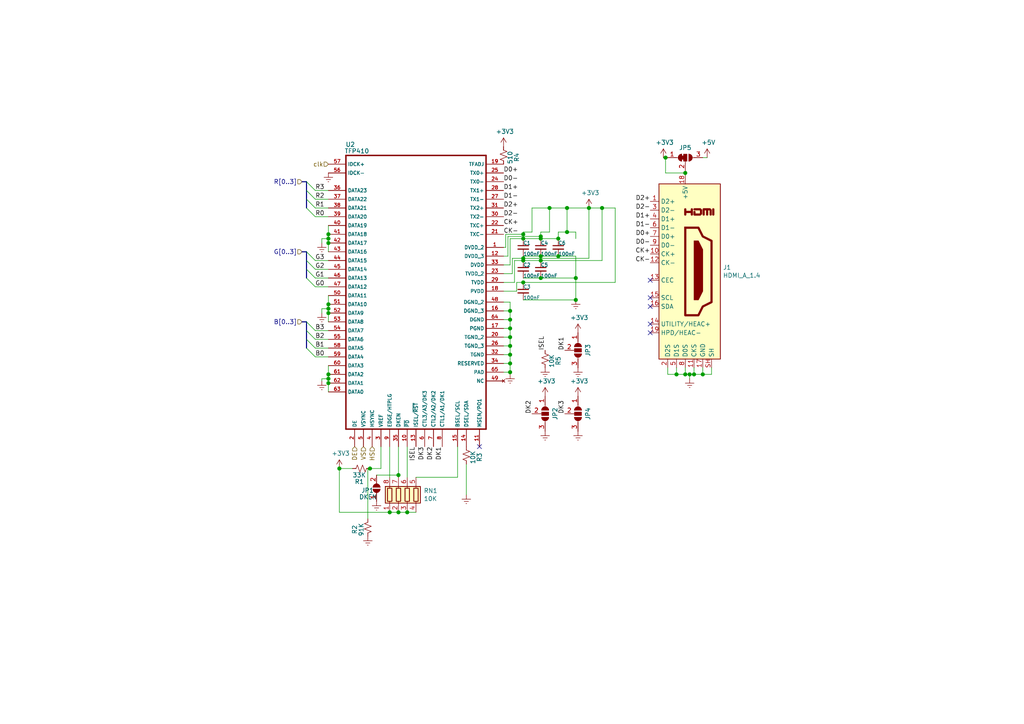
<source format=kicad_sch>
(kicad_sch (version 20200714) (host eeschema "(5.99.0-2671-gfc0a358ba)")
  (page 2 5)
  (paper "A4")
  (lib_symbols
    (symbol "Connector:HDMI_A_1.4" (pin_names (offset 0.508))
      (property "Reference" "J" (at -6.35 26.67 0))
      (property "Value" "HDMI_A_1.4" (at 10.16 26.67 0))
      (symbol "HDMI_A_1.4_0_1"
        (rectangle (start -7.62 25.4) (end 10.16 -25.4) (stroke (width 0.254)) (fill (type background)))
        (polyline (pts (xy 2.54 8.89) (xy 3.81 8.89) (xy 5.08 6.35) (xy 5.08 -5.715) (xy 3.81 -8.255) (xy 2.54 -8.255) (xy 2.54 8.89)) (fill (type outline)))
        (polyline (pts (xy 5.334 16.51) (xy 5.334 18.034) (xy 6.35 18.034) (xy 6.35 16.51) (xy 6.35 18.034) (xy 7.112 18.034) (xy 7.366 17.78) (xy 7.366 16.51)) (stroke (width 0.635)))
        (polyline (pts (xy 0 12.7) (xy 0 -12.7) (xy 3.81 -12.7) (xy 5.08 -10.16) (xy 7.62 -8.89) (xy 7.62 8.89) (xy 5.08 10.16) (xy 3.81 12.7) (xy 0 12.7)) (stroke (width 0.635)))
      )
      (symbol "HDMI_A_1.4_0_0"
        (polyline (pts (xy 8.128 16.51) (xy 8.128 18.034)) (stroke (width 0.635)))
        (polyline (pts (xy 0 16.51) (xy 0 18.034) (xy 0 17.272) (xy 1.905 17.272) (xy 1.905 18.034) (xy 1.905 16.51)) (stroke (width 0.635)))
        (polyline (pts (xy 2.667 18.034) (xy 4.318 18.034) (xy 4.572 17.78) (xy 4.572 16.764) (xy 4.318 16.51) (xy 2.667 16.51) (xy 2.667 17.272)) (stroke (width 0.635)))
      )
      (symbol "HDMI_A_1.4_1_1"
        (pin passive line (at -10.16 20.32 0) (length 2.54) (name "D2+") (number "1"))
        (pin passive line (at -10.16 5.08 0) (length 2.54) (name "CK+") (number "10"))
        (pin power_in line (at 2.54 -27.94 90) (length 2.54) (name "CKS") (number "11"))
        (pin passive line (at -10.16 2.54 0) (length 2.54) (name "CK-") (number "12"))
        (pin bidirectional line (at -10.16 -2.54 0) (length 2.54) (name "CEC") (number "13"))
        (pin passive line (at -10.16 -15.24 0) (length 2.54) (name "UTILITY/HEAC+") (number "14"))
        (pin passive line (at -10.16 -7.62 0) (length 2.54) (name "SCL") (number "15"))
        (pin bidirectional line (at -10.16 -10.16 0) (length 2.54) (name "SDA") (number "16"))
        (pin power_in line (at 5.08 -27.94 90) (length 2.54) (name "GND") (number "17"))
        (pin power_in line (at 0 27.94 270) (length 2.54) (name "+5V") (number "18"))
        (pin passive line (at -10.16 -17.78 0) (length 2.54) (name "HPD/HEAC-") (number "19"))
        (pin power_in line (at -5.08 -27.94 90) (length 2.54) (name "D2S") (number "2"))
        (pin passive line (at -10.16 17.78 0) (length 2.54) (name "D2-") (number "3"))
        (pin passive line (at -10.16 15.24 0) (length 2.54) (name "D1+") (number "4"))
        (pin power_in line (at -2.54 -27.94 90) (length 2.54) (name "D1S") (number "5"))
        (pin passive line (at -10.16 12.7 0) (length 2.54) (name "D1-") (number "6"))
        (pin passive line (at -10.16 10.16 0) (length 2.54) (name "D0+") (number "7"))
        (pin power_in line (at 0 -27.94 90) (length 2.54) (name "D0S") (number "8"))
        (pin passive line (at -10.16 7.62 0) (length 2.54) (name "D0-") (number "9"))
        (pin passive line (at 7.62 -27.94 90) (length 2.54) (name "SH") (number "SH"))
      )
    )
    (symbol "Custom_Symbols:TFP_410"
      (property "Reference" "U" (at 19.05 31.75 0))
      (property "Value" "TFP_410" (at 20.32 36.83 0))
      (symbol "TFP_410_1_1"
        (polyline (pts (xy 0 0) (xy 40.64 0)) (stroke (width 0.4064)))
        (polyline (pts (xy 0 79.375) (xy 0 0)) (stroke (width 0.4064)))
        (polyline (pts (xy 40.64 0) (xy 40.64 79.375)) (stroke (width 0.4064)))
        (polyline (pts (xy 40.64 79.375) (xy 0 79.375)) (stroke (width 0.4064)))
        (pin power_in line (at 45.72 52.705 180) (length 5.08) (name "DVDD_2") (number "1"))
        (pin input line (at 17.78 -5.08 90) (length 5.08) (name "~PD") (number "10"))
        (pin output line (at 38.735 -5.08 90) (length 5.08) (name "MSEN/PO1") (number "11"))
        (pin power_in line (at 45.72 50.165 180) (length 5.08) (name "DVDD_3") (number "12"))
        (pin input line (at 20.32 -5.08 90) (length 5.08) (name "ISEL/~RST") (number "13"))
        (pin bidirectional line (at 34.925 -5.08 90) (length 5.08) (name "DSEL/SDA") (number "14"))
        (pin input line (at 32.385 -5.08 90) (length 5.08) (name "BSEL/SCL") (number "15"))
        (pin passive line (at 45.72 34.29 180) (length 5.08) (name "DGND_3") (number "16"))
        (pin passive line (at 45.72 29.21 180) (length 5.08) (name "PGND") (number "17"))
        (pin power_in line (at 45.72 40.005 180) (length 5.08) (name "PVDD") (number "18"))
        (pin input line (at 45.72 76.835 180) (length 5.08) (name "TFADJ") (number "19"))
        (pin input line (at 2.54 -5.08 90) (length 5.08) (name "DE") (number "2"))
        (pin passive line (at 45.72 26.67 180) (length 5.08) (name "TGND_2") (number "20"))
        (pin output line (at 45.72 56.515 180) (length 5.08) (name "TXC-") (number "21"))
        (pin output line (at 45.72 59.055 180) (length 5.08) (name "TXC+") (number "22"))
        (pin power_in line (at 45.72 45.085 180) (length 5.08) (name "TVDD_2") (number "23"))
        (pin output line (at 45.72 71.755 180) (length 5.08) (name "TX0-") (number "24"))
        (pin output line (at 45.72 74.295 180) (length 5.08) (name "TX0+") (number "25"))
        (pin passive line (at 45.72 24.13 180) (length 5.08) (name "TGND_3") (number "26"))
        (pin output line (at 45.72 66.675 180) (length 5.08) (name "TX1-") (number "27"))
        (pin output line (at 45.72 69.215 180) (length 5.08) (name "TX1+") (number "28"))
        (pin power_in line (at 45.72 42.545 180) (length 5.08) (name "TVDD") (number "29"))
        (pin input line (at 10.16 -5.08 90) (length 5.08) (name "VREF") (number "3"))
        (pin output line (at 45.72 61.595 180) (length 5.08) (name "TX2-") (number "30"))
        (pin output line (at 45.72 64.135 180) (length 5.08) (name "TX2+") (number "31"))
        (pin passive line (at 45.72 21.59 180) (length 5.08) (name "TGND") (number "32"))
        (pin power_in line (at 45.72 47.625 180) (length 5.08) (name "DVDD") (number "33"))
        (pin passive line (at 45.72 19.05 180) (length 5.08) (name "RESERVED") (number "34"))
        (pin input line (at 15.24 -5.08 90) (length 5.08) (name "DKEN") (number "35"))
        (pin input line (at -5.08 69.215 0) (length 5.08) (name "DATA23") (number "36"))
        (pin input line (at -5.08 66.675 0) (length 5.08) (name "DATA22") (number "37"))
        (pin input line (at -5.08 64.135 0) (length 5.08) (name "DATA21") (number "38"))
        (pin input line (at -5.08 61.595 0) (length 5.08) (name "DATA20") (number "39"))
        (pin input line (at 7.62 -5.08 90) (length 5.08) (name "HSYNC") (number "4"))
        (pin input line (at -5.08 59.055 0) (length 5.08) (name "DATA19") (number "40"))
        (pin input line (at -5.08 56.515 0) (length 5.08) (name "DATA18") (number "41"))
        (pin input line (at -5.08 53.975 0) (length 5.08) (name "DATA17") (number "42"))
        (pin input line (at -5.08 51.435 0) (length 5.08) (name "DATA16") (number "43"))
        (pin input line (at -5.08 48.895 0) (length 5.08) (name "DATA15") (number "44"))
        (pin input line (at -5.08 46.355 0) (length 5.08) (name "DATA14") (number "45"))
        (pin input line (at -5.08 43.815 0) (length 5.08) (name "DATA13") (number "46"))
        (pin input line (at -5.08 41.275 0) (length 5.08) (name "DATA12") (number "47"))
        (pin passive line (at 45.72 36.83 180) (length 5.08) (name "DGND_2") (number "48"))
        (pin unconnected line (at 45.72 13.97 180) (length 5.08) (name "NC") (number "49"))
        (pin input line (at 5.08 -5.08 90) (length 5.08) (name "VSYNC") (number "5"))
        (pin input line (at -5.08 38.735 0) (length 5.08) (name "DATA11") (number "50"))
        (pin input line (at -5.08 36.195 0) (length 5.08) (name "DATA10") (number "51"))
        (pin input line (at -5.08 33.655 0) (length 5.08) (name "DATA9") (number "52"))
        (pin input line (at -5.08 31.115 0) (length 5.08) (name "DATA8") (number "53"))
        (pin input line (at -5.08 28.575 0) (length 5.08) (name "DATA7") (number "54"))
        (pin input line (at -5.08 26.035 0) (length 5.08) (name "DATA6") (number "55"))
        (pin input line (at -5.08 74.295 0) (length 5.08) (name "IDCK-") (number "56"))
        (pin input line (at -5.08 76.835 0) (length 5.08) (name "IDCK+") (number "57"))
        (pin input line (at -5.08 23.495 0) (length 5.08) (name "DATA5") (number "58"))
        (pin input line (at -5.08 20.955 0) (length 5.08) (name "DATA4") (number "59"))
        (pin input line (at 22.86 -5.08 90) (length 5.08) (name "CTL3/A3/DK3") (number "6"))
        (pin input line (at -5.08 18.415 0) (length 5.08) (name "DATA3") (number "60"))
        (pin input line (at -5.08 15.875 0) (length 5.08) (name "DATA2") (number "61"))
        (pin input line (at -5.08 13.335 0) (length 5.08) (name "DATA1") (number "62"))
        (pin input line (at -5.08 10.795 0) (length 5.08) (name "DATA0") (number "63"))
        (pin passive line (at 45.72 31.75 180) (length 5.08) (name "DGND") (number "64"))
        (pin passive line (at 45.72 16.51 180) (length 5.08) (name "PAD") (number "65"))
        (pin input line (at 25.4 -5.08 90) (length 5.08) (name "CTL2/A2/DK2") (number "7"))
        (pin input line (at 27.94 -5.08 90) (length 5.08) (name "CTL1/A1/DK1") (number "8"))
        (pin input line (at 12.7 -5.08 90) (length 5.08) (name "EDGE/HTPLG") (number "9"))
      )
    )
    (symbol "Device:C_Small" (pin_numbers hide) (pin_names (offset 0.254) hide)
      (property "Reference" "C" (at 0.254 1.778 0))
      (property "Value" "C_Small" (at 0.254 -2.032 0))
      (symbol "C_Small_0_1"
        (polyline (pts (xy -1.524 -0.508) (xy 1.524 -0.508)) (stroke (width 0.3302)))
        (polyline (pts (xy -1.524 0.508) (xy 1.524 0.508)) (stroke (width 0.3048)))
      )
      (symbol "C_Small_1_1"
        (pin passive line (at 0 2.54 270) (length 2.032) (name "~") (number "1"))
        (pin passive line (at 0 -2.54 90) (length 2.032) (name "~") (number "2"))
      )
    )
    (symbol "Device:R_Pack04" (pin_names (offset 0) hide)
      (property "Reference" "RN" (at -7.62 0 90))
      (property "Value" "R_Pack04" (at 5.08 0 90))
      (symbol "R_Pack04_0_1"
        (rectangle (start -3.175 1.905) (end -1.905 -1.905) (stroke (width 0.254)))
        (rectangle (start -5.715 1.905) (end -4.445 -1.905) (stroke (width 0.254)))
        (rectangle (start -0.635 1.905) (end 0.635 -1.905) (stroke (width 0.254)))
        (rectangle (start -6.35 -2.413) (end 3.81 2.413) (stroke (width 0.254)) (fill (type background)))
        (rectangle (start 1.905 1.905) (end 3.175 -1.905) (stroke (width 0.254)))
        (polyline (pts (xy -2.54 -2.54) (xy -2.54 -1.905)))
        (polyline (pts (xy -2.54 1.905) (xy -2.54 2.54)))
        (polyline (pts (xy -5.08 -2.54) (xy -5.08 -1.905)))
        (polyline (pts (xy -5.08 1.905) (xy -5.08 2.54)))
        (polyline (pts (xy 0 -2.54) (xy 0 -1.905)))
        (polyline (pts (xy 0 1.905) (xy 0 2.54)))
        (polyline (pts (xy 2.54 -2.54) (xy 2.54 -1.905)))
        (polyline (pts (xy 2.54 1.905) (xy 2.54 2.54)))
      )
      (symbol "R_Pack04_1_1"
        (pin passive line (at -5.08 -5.08 90) (length 2.54) (name "R1.1") (number "1"))
        (pin passive line (at -5.08 5.08 270) (length 2.54) (name "R1.2") (number "8"))
        (pin passive line (at -2.54 -5.08 90) (length 2.54) (name "R2.1") (number "2"))
        (pin passive line (at -2.54 5.08 270) (length 2.54) (name "R2.2") (number "7"))
        (pin passive line (at 0 -5.08 90) (length 2.54) (name "R3.1") (number "3"))
        (pin passive line (at 0 5.08 270) (length 2.54) (name "R3.2") (number "6"))
        (pin passive line (at 2.54 -5.08 90) (length 2.54) (name "R4.1") (number "4"))
        (pin passive line (at 2.54 5.08 270) (length 2.54) (name "R4.2") (number "5"))
      )
    )
    (symbol "Device:R_Small_US" (pin_numbers hide) (pin_names (offset 0.254) hide)
      (property "Reference" "R" (at 0.762 0.508 0))
      (property "Value" "R_Small_US" (at 0.762 -1.016 0))
      (symbol "R_Small_US_1_1"
        (polyline (pts (xy 0 0) (xy 1.016 -0.381) (xy 0 -0.762) (xy -1.016 -1.143) (xy 0 -1.524)))
        (polyline (pts (xy 0 1.524) (xy 1.016 1.143) (xy 0 0.762) (xy -1.016 0.381) (xy 0 0)))
        (pin passive line (at 0 2.54 270) (length 1.016) (name "~") (number "1"))
        (pin passive line (at 0 -2.54 90) (length 1.016) (name "~") (number "2"))
      )
    )
    (symbol "Jumper:SolderJumper_2_Open" (pin_names (offset 0) hide)
      (property "Reference" "JP" (at 0 2.032 0))
      (property "Value" "SolderJumper_2_Open" (at 0 -2.54 0))
      (symbol "SolderJumper_2_Open_0_1"
        (arc (start -0.254 1.016) (end -0.254 -1.016) (radius (at -0.254 0) (length 1.016) (angles 90.1 -90.1)))
        (arc (start -0.254 1.016) (end -0.254 -1.016) (radius (at -0.254 0) (length 1.016) (angles 90.1 -90.1)) (fill (type outline)))
        (arc (start 0.254 -1.016) (end 0.254 1.016) (radius (at 0.254 0) (length 1.016) (angles -89.9 89.9)))
        (arc (start 0.254 -1.016) (end 0.254 1.016) (radius (at 0.254 0) (length 1.016) (angles -89.9 89.9)) (fill (type outline)))
        (polyline (pts (xy -0.254 1.016) (xy -0.254 -1.016)))
        (polyline (pts (xy 0.254 1.016) (xy 0.254 -1.016)))
      )
      (symbol "SolderJumper_2_Open_1_1"
        (pin passive line (at -3.81 0 0) (length 2.54) (name "A") (number "1"))
        (pin passive line (at 3.81 0 180) (length 2.54) (name "B") (number "2"))
      )
    )
    (symbol "Jumper:SolderJumper_3_Bridged12" (pin_names (offset 0) hide)
      (property "Reference" "JP" (at -2.54 -2.54 0))
      (property "Value" "SolderJumper_3_Bridged12" (at 0 2.794 0))
      (symbol "SolderJumper_3_Bridged12_0_1"
        (arc (start -1.016 1.016) (end -1.016 -1.016) (radius (at -1.016 0) (length 1.016) (angles 90.1 -90.1)))
        (arc (start -1.016 1.016) (end -1.016 -1.016) (radius (at -1.016 0) (length 1.016) (angles 90.1 -90.1)) (fill (type outline)))
        (arc (start 1.016 -1.016) (end 1.016 1.016) (radius (at 1.016 0) (length 1.016) (angles -89.9 89.9)))
        (arc (start 1.016 -1.016) (end 1.016 1.016) (radius (at 1.016 0) (length 1.016) (angles -89.9 89.9)) (fill (type outline)))
        (rectangle (start -1.016 0.508) (end -0.508 -0.508) (fill (type outline)))
        (rectangle (start -0.508 1.016) (end 0.508 -1.016) (fill (type outline)))
        (polyline (pts (xy -2.54 0) (xy -2.032 0)))
        (polyline (pts (xy -1.016 1.016) (xy -1.016 -1.016)))
        (polyline (pts (xy 0 -1.27) (xy 0 -1.016)))
        (polyline (pts (xy 1.016 1.016) (xy 1.016 -1.016)))
        (polyline (pts (xy 2.54 0) (xy 2.032 0)))
      )
      (symbol "SolderJumper_3_Bridged12_1_1"
        (pin passive line (at -5.08 0 0) (length 2.54) (name "A") (number "1"))
        (pin input line (at 0 -3.81 90) (length 2.54) (name "C") (number "2"))
        (pin passive line (at 5.08 0 180) (length 2.54) (name "B") (number "3"))
      )
    )
    (symbol "Jumper:SolderJumper_3_Open" (pin_names (offset 0) hide)
      (property "Reference" "JP" (at -2.54 -2.54 0))
      (property "Value" "SolderJumper_3_Open" (at 0 2.794 0))
      (symbol "SolderJumper_3_Open_0_1"
        (arc (start -1.016 1.016) (end -1.016 -1.016) (radius (at -1.016 0) (length 1.016) (angles 90.1 -90.1)))
        (arc (start -1.016 1.016) (end -1.016 -1.016) (radius (at -1.016 0) (length 1.016) (angles 90.1 -90.1)) (fill (type outline)))
        (arc (start 1.016 -1.016) (end 1.016 1.016) (radius (at 1.016 0) (length 1.016) (angles -89.9 89.9)))
        (arc (start 1.016 -1.016) (end 1.016 1.016) (radius (at 1.016 0) (length 1.016) (angles -89.9 89.9)) (fill (type outline)))
        (rectangle (start -0.508 1.016) (end 0.508 -1.016) (fill (type outline)))
        (polyline (pts (xy -2.54 0) (xy -2.032 0)))
        (polyline (pts (xy -1.016 1.016) (xy -1.016 -1.016)))
        (polyline (pts (xy 0 -1.27) (xy 0 -1.016)))
        (polyline (pts (xy 1.016 1.016) (xy 1.016 -1.016)))
        (polyline (pts (xy 2.54 0) (xy 2.032 0)))
      )
      (symbol "SolderJumper_3_Open_1_1"
        (pin passive line (at -5.08 0 0) (length 2.54) (name "A") (number "1"))
        (pin input line (at 0 -3.81 90) (length 2.54) (name "C") (number "2"))
        (pin passive line (at 5.08 0 180) (length 2.54) (name "B") (number "3"))
      )
    )
    (symbol "power:+3V3" (power) (pin_names (offset 0))
      (property "Value" "+3V3" (at 0 3.556 0))
      (symbol "+3V3_0_1"
        (polyline (pts (xy -0.762 1.27) (xy 0 2.54)))
        (polyline (pts (xy 0 0) (xy 0 2.54)))
        (polyline (pts (xy 0 2.54) (xy 0.762 1.27)))
      )
      (symbol "+3V3_1_1"
        (pin power_in line (at 0 0 90) (length 0) hide (name "+3V3") (number "1"))
      )
    )
    (symbol "power:+5V" (power) (pin_names (offset 0))
      (property "Value" "+5V" (at 0 3.556 0))
      (symbol "+5V_0_1"
        (polyline (pts (xy -0.762 1.27) (xy 0 2.54)))
        (polyline (pts (xy 0 0) (xy 0 2.54)))
        (polyline (pts (xy 0 2.54) (xy 0.762 1.27)))
      )
      (symbol "+5V_1_1"
        (pin power_in line (at 0 0 90) (length 0) hide (name "+5V") (number "1"))
      )
    )
    (symbol "power:GNDREF" (power) (pin_names (offset 0))
      (property "Value" "GNDREF" (at 0 -3.81 0))
      (symbol "GNDREF_0_1"
        (polyline (pts (xy -0.635 -1.905) (xy 0.635 -1.905)))
        (polyline (pts (xy -0.127 -2.54) (xy 0.127 -2.54)))
        (polyline (pts (xy 0 -1.27) (xy 0 0)))
        (polyline (pts (xy 1.27 -1.27) (xy -1.27 -1.27)))
      )
      (symbol "GNDREF_1_1"
        (pin power_in line (at 0 0 270) (length 0) hide (name "GNDREF") (number "1"))
      )
    )
  )
  (junction (at 95.25 67.945) (diameter 1.016))
  (junction (at 95.25 69.215) (diameter 1.016))
  (junction (at 95.25 70.485) (diameter 1.016))
  (junction (at 95.25 88.265) (diameter 1.016))
  (junction (at 95.25 89.535) (diameter 1.016))
  (junction (at 95.25 90.805) (diameter 1.016))
  (junction (at 95.25 108.585) (diameter 1.016))
  (junction (at 95.25 109.855) (diameter 1.016))
  (junction (at 95.25 111.125) (diameter 1.016))
  (junction (at 98.425 135.89) (diameter 1.016))
  (junction (at 107.315 135.89) (diameter 1.016))
  (junction (at 113.03 148.59) (diameter 1.016))
  (junction (at 115.57 137.795) (diameter 1.016))
  (junction (at 115.57 148.59) (diameter 1.016))
  (junction (at 118.11 148.59) (diameter 1.016))
  (junction (at 147.955 90.17) (diameter 1.016))
  (junction (at 147.955 92.71) (diameter 1.016))
  (junction (at 147.955 95.25) (diameter 1.016))
  (junction (at 147.955 97.79) (diameter 1.016))
  (junction (at 147.955 100.33) (diameter 1.016))
  (junction (at 147.955 102.87) (diameter 1.016))
  (junction (at 147.955 105.41) (diameter 1.016))
  (junction (at 147.955 107.95) (diameter 1.016))
  (junction (at 151.765 67.945) (diameter 1.016))
  (junction (at 151.765 69.215) (diameter 1.016))
  (junction (at 151.765 74.93) (diameter 1.016))
  (junction (at 151.765 75.565) (diameter 1.016))
  (junction (at 151.765 81.915) (diameter 1.016))
  (junction (at 156.845 68.58) (diameter 1.016))
  (junction (at 156.845 69.215) (diameter 1.016))
  (junction (at 156.845 74.295) (diameter 1.016))
  (junction (at 156.845 75.565) (diameter 1.016))
  (junction (at 156.845 80.645) (diameter 1.016))
  (junction (at 159.385 60.325) (diameter 1.016))
  (junction (at 161.925 69.215) (diameter 1.016))
  (junction (at 161.925 74.295) (diameter 1.016))
  (junction (at 164.465 60.325) (diameter 1.016))
  (junction (at 164.465 67.31) (diameter 1.016))
  (junction (at 167.005 80.645) (diameter 1.016))
  (junction (at 167.005 86.995) (diameter 1.016))
  (junction (at 170.815 60.325) (diameter 1.016))
  (junction (at 174.625 60.325) (diameter 1.016))
  (junction (at 193.04 45.72) (diameter 1.016))
  (junction (at 196.215 108.585) (diameter 1.016))
  (junction (at 198.755 50.165) (diameter 1.016))
  (junction (at 198.755 108.585) (diameter 1.016))
  (junction (at 200.025 108.585) (diameter 1.016))
  (junction (at 201.295 108.585) (diameter 1.016))
  (junction (at 203.835 108.585) (diameter 1.016))
  (no_connect (at 139.065 129.54))
  (no_connect (at 188.595 96.52))
  (no_connect (at 188.595 81.28))
  (no_connect (at 188.595 88.9))
  (no_connect (at 188.595 93.98))
  (no_connect (at 188.595 86.36))
  (bus_entry (at 88.9 52.705) (size 2.54 2.54) (stroke (width 0.1524)))
  (bus_entry (at 88.9 55.245) (size 2.54 2.54) (stroke (width 0.1524)))
  (bus_entry (at 88.9 57.785) (size 2.54 2.54) (stroke (width 0.1524)))
  (bus_entry (at 88.9 60.325) (size 2.54 2.54) (stroke (width 0.1524)))
  (bus_entry (at 88.9 73.025) (size 2.54 2.54) (stroke (width 0.1524)))
  (bus_entry (at 88.9 75.565) (size 2.54 2.54) (stroke (width 0.1524)))
  (bus_entry (at 88.9 78.105) (size 2.54 2.54) (stroke (width 0.1524)))
  (bus_entry (at 88.9 80.645) (size 2.54 2.54) (stroke (width 0.1524)))
  (bus_entry (at 88.9 93.345) (size 2.54 2.54) (stroke (width 0.1524)))
  (bus_entry (at 88.9 95.885) (size 2.54 2.54) (stroke (width 0.1524)))
  (bus_entry (at 88.9 98.425) (size 2.54 2.54) (stroke (width 0.1524)))
  (bus_entry (at 88.9 100.965) (size 2.54 2.54) (stroke (width 0.1524)))
  (wire (pts (xy 91.44 55.245) (xy 95.25 55.245)))
  (wire (pts (xy 91.44 60.325) (xy 95.25 60.325)))
  (wire (pts (xy 91.44 80.645) (xy 95.25 80.645)))
  (wire (pts (xy 93.345 69.215) (xy 95.25 69.215)))
  (wire (pts (xy 93.345 70.485) (xy 93.345 69.215)))
  (wire (pts (xy 93.345 89.535) (xy 95.25 89.535)))
  (wire (pts (xy 93.345 90.805) (xy 93.345 89.535)))
  (wire (pts (xy 93.345 109.855) (xy 95.25 109.855)))
  (wire (pts (xy 93.345 110.49) (xy 93.345 109.855)))
  (wire (pts (xy 95.25 57.785) (xy 91.44 57.785)))
  (wire (pts (xy 95.25 62.865) (xy 91.44 62.865)))
  (wire (pts (xy 95.25 65.405) (xy 95.25 67.945)))
  (wire (pts (xy 95.25 67.945) (xy 95.25 69.215)))
  (wire (pts (xy 95.25 69.215) (xy 95.25 70.485)))
  (wire (pts (xy 95.25 70.485) (xy 95.25 73.025)))
  (wire (pts (xy 95.25 75.565) (xy 91.44 75.565)))
  (wire (pts (xy 95.25 78.105) (xy 91.44 78.105)))
  (wire (pts (xy 95.25 83.185) (xy 91.44 83.185)))
  (wire (pts (xy 95.25 85.725) (xy 95.25 88.265)))
  (wire (pts (xy 95.25 88.265) (xy 95.25 89.535)))
  (wire (pts (xy 95.25 89.535) (xy 95.25 90.805)))
  (wire (pts (xy 95.25 90.805) (xy 95.25 93.345)))
  (wire (pts (xy 95.25 95.885) (xy 91.44 95.885)))
  (wire (pts (xy 95.25 98.425) (xy 91.44 98.425)))
  (wire (pts (xy 95.25 100.965) (xy 91.44 100.965)))
  (wire (pts (xy 95.25 103.505) (xy 91.44 103.505)))
  (wire (pts (xy 95.25 106.045) (xy 95.25 108.585)))
  (wire (pts (xy 95.25 108.585) (xy 95.25 109.855)))
  (wire (pts (xy 95.25 109.855) (xy 95.25 111.125)))
  (wire (pts (xy 95.25 111.125) (xy 95.25 113.665)))
  (wire (pts (xy 98.425 135.89) (xy 98.425 148.59)))
  (wire (pts (xy 98.425 148.59) (xy 113.03 148.59)))
  (wire (pts (xy 102.235 135.89) (xy 98.425 135.89)))
  (wire (pts (xy 106.68 135.89) (xy 107.315 135.89)))
  (wire (pts (xy 106.68 150.495) (xy 106.68 135.89)))
  (wire (pts (xy 109.22 137.795) (xy 115.57 137.795)))
  (wire (pts (xy 110.49 129.54) (xy 110.49 135.89)))
  (wire (pts (xy 110.49 135.89) (xy 107.315 135.89)))
  (wire (pts (xy 113.03 129.54) (xy 113.03 138.43)))
  (wire (pts (xy 113.03 148.59) (xy 115.57 148.59)))
  (wire (pts (xy 115.57 129.54) (xy 115.57 137.795)))
  (wire (pts (xy 115.57 137.795) (xy 115.57 138.43)))
  (wire (pts (xy 115.57 148.59) (xy 118.11 148.59)))
  (wire (pts (xy 118.11 129.54) (xy 118.11 138.43)))
  (wire (pts (xy 118.11 148.59) (xy 120.65 148.59)))
  (wire (pts (xy 132.715 129.54) (xy 132.715 138.43)))
  (wire (pts (xy 132.715 138.43) (xy 120.65 138.43)))
  (wire (pts (xy 135.255 134.62) (xy 135.255 143.51)))
  (wire (pts (xy 146.05 71.755) (xy 146.685 71.755)))
  (wire (pts (xy 146.05 74.295) (xy 147.32 74.295)))
  (wire (pts (xy 146.05 76.835) (xy 147.955 76.835)))
  (wire (pts (xy 146.05 79.375) (xy 148.59 79.375)))
  (wire (pts (xy 146.05 81.915) (xy 149.225 81.915)))
  (wire (pts (xy 146.05 84.455) (xy 149.86 84.455)))
  (wire (pts (xy 146.05 87.63) (xy 147.955 87.63)))
  (wire (pts (xy 146.05 90.17) (xy 147.955 90.17)))
  (wire (pts (xy 146.05 95.25) (xy 147.955 95.25)))
  (wire (pts (xy 146.05 100.33) (xy 147.955 100.33)))
  (wire (pts (xy 146.05 105.41) (xy 147.955 105.41)))
  (wire (pts (xy 146.685 67.945) (xy 151.765 67.945)))
  (wire (pts (xy 146.685 71.755) (xy 146.685 67.945)))
  (wire (pts (xy 147.32 68.58) (xy 156.845 68.58)))
  (wire (pts (xy 147.32 74.295) (xy 147.32 68.58)))
  (wire (pts (xy 147.955 69.215) (xy 147.955 76.835)))
  (wire (pts (xy 147.955 69.215) (xy 151.765 69.215)))
  (wire (pts (xy 147.955 87.63) (xy 147.955 90.17)))
  (wire (pts (xy 147.955 90.17) (xy 147.955 92.71)))
  (wire (pts (xy 147.955 92.71) (xy 146.05 92.71)))
  (wire (pts (xy 147.955 92.71) (xy 147.955 95.25)))
  (wire (pts (xy 147.955 95.25) (xy 147.955 97.79)))
  (wire (pts (xy 147.955 97.79) (xy 146.05 97.79)))
  (wire (pts (xy 147.955 97.79) (xy 147.955 100.33)))
  (wire (pts (xy 147.955 100.33) (xy 147.955 102.87)))
  (wire (pts (xy 147.955 102.87) (xy 146.05 102.87)))
  (wire (pts (xy 147.955 102.87) (xy 147.955 105.41)))
  (wire (pts (xy 147.955 105.41) (xy 147.955 107.95)))
  (wire (pts (xy 147.955 107.95) (xy 146.05 107.95)))
  (wire (pts (xy 147.955 108.585) (xy 147.955 107.95)))
  (wire (pts (xy 148.59 74.93) (xy 151.765 74.93)))
  (wire (pts (xy 148.59 79.375) (xy 148.59 74.93)))
  (wire (pts (xy 149.225 75.565) (xy 151.765 75.565)))
  (wire (pts (xy 149.225 81.915) (xy 149.225 75.565)))
  (wire (pts (xy 149.86 81.915) (xy 151.765 81.915)))
  (wire (pts (xy 149.86 84.455) (xy 149.86 81.915)))
  (wire (pts (xy 151.765 67.31) (xy 151.765 67.945)))
  (wire (pts (xy 151.765 67.945) (xy 151.765 69.215)))
  (wire (pts (xy 151.765 69.215) (xy 156.845 69.215)))
  (wire (pts (xy 151.765 74.295) (xy 156.845 74.295)))
  (wire (pts (xy 151.765 74.93) (xy 170.815 74.93)))
  (wire (pts (xy 151.765 75.565) (xy 151.765 74.93)))
  (wire (pts (xy 151.765 75.565) (xy 156.845 75.565)))
  (wire (pts (xy 151.765 80.645) (xy 156.845 80.645)))
  (wire (pts (xy 151.765 81.915) (xy 178.435 81.915)))
  (wire (pts (xy 151.765 86.995) (xy 167.005 86.995)))
  (wire (pts (xy 154.305 60.325) (xy 154.305 67.31)))
  (wire (pts (xy 154.305 60.325) (xy 159.385 60.325)))
  (wire (pts (xy 154.305 67.31) (xy 151.765 67.31)))
  (wire (pts (xy 156.845 67.31) (xy 156.845 68.58)))
  (wire (pts (xy 156.845 68.58) (xy 156.845 69.215)))
  (wire (pts (xy 156.845 69.215) (xy 161.925 69.215)))
  (wire (pts (xy 156.845 74.295) (xy 161.925 74.295)))
  (wire (pts (xy 156.845 75.565) (xy 174.625 75.565)))
  (wire (pts (xy 156.845 80.645) (xy 167.005 80.645)))
  (wire (pts (xy 159.385 60.325) (xy 159.385 67.31)))
  (wire (pts (xy 159.385 60.325) (xy 164.465 60.325)))
  (wire (pts (xy 159.385 67.31) (xy 156.845 67.31)))
  (wire (pts (xy 161.925 67.31) (xy 161.925 69.215)))
  (wire (pts (xy 161.925 67.31) (xy 164.465 67.31)))
  (wire (pts (xy 161.925 74.295) (xy 167.005 74.295)))
  (wire (pts (xy 164.465 60.325) (xy 164.465 67.31)))
  (wire (pts (xy 164.465 60.325) (xy 170.815 60.325)))
  (wire (pts (xy 164.465 67.31) (xy 167.005 67.31)))
  (wire (pts (xy 167.005 67.31) (xy 167.005 69.215)))
  (wire (pts (xy 167.005 74.295) (xy 167.005 80.645)))
  (wire (pts (xy 167.005 80.645) (xy 167.005 86.995)))
  (wire (pts (xy 170.815 60.325) (xy 170.815 74.93)))
  (wire (pts (xy 170.815 60.325) (xy 174.625 60.325)))
  (wire (pts (xy 174.625 60.325) (xy 174.625 75.565)))
  (wire (pts (xy 174.625 60.325) (xy 178.435 60.325)))
  (wire (pts (xy 178.435 60.325) (xy 178.435 81.915)))
  (wire (pts (xy 192.405 45.72) (xy 193.04 45.72)))
  (wire (pts (xy 193.04 45.72) (xy 193.04 50.165)))
  (wire (pts (xy 193.04 45.72) (xy 193.675 45.72)))
  (wire (pts (xy 193.04 50.165) (xy 198.755 50.165)))
  (wire (pts (xy 193.675 106.68) (xy 193.675 108.585)))
  (wire (pts (xy 193.675 108.585) (xy 196.215 108.585)))
  (wire (pts (xy 196.215 106.68) (xy 196.215 108.585)))
  (wire (pts (xy 196.215 108.585) (xy 198.755 108.585)))
  (wire (pts (xy 198.755 49.53) (xy 198.755 50.165)))
  (wire (pts (xy 198.755 50.165) (xy 198.755 50.8)))
  (wire (pts (xy 198.755 106.68) (xy 198.755 108.585)))
  (wire (pts (xy 198.755 108.585) (xy 200.025 108.585)))
  (wire (pts (xy 200.025 108.585) (xy 201.295 108.585)))
  (wire (pts (xy 200.025 109.855) (xy 200.025 108.585)))
  (wire (pts (xy 201.295 106.68) (xy 201.295 108.585)))
  (wire (pts (xy 201.295 108.585) (xy 203.835 108.585)))
  (wire (pts (xy 203.835 106.68) (xy 203.835 108.585)))
  (wire (pts (xy 203.835 108.585) (xy 206.375 108.585)))
  (wire (pts (xy 205.105 45.72) (xy 203.835 45.72)))
  (wire (pts (xy 206.375 108.585) (xy 206.375 106.68)))
  (bus (pts (xy 88.9 52.705) (xy 87.63 52.705)))
  (bus (pts (xy 88.9 52.705) (xy 88.9 55.245)))
  (bus (pts (xy 88.9 55.245) (xy 88.9 57.785)))
  (bus (pts (xy 88.9 57.785) (xy 88.9 60.325)))
  (bus (pts (xy 88.9 73.025) (xy 87.63 73.025)))
  (bus (pts (xy 88.9 73.025) (xy 88.9 75.565)))
  (bus (pts (xy 88.9 75.565) (xy 88.9 78.105)))
  (bus (pts (xy 88.9 78.105) (xy 88.9 80.645)))
  (bus (pts (xy 88.9 93.345) (xy 87.63 93.345)))
  (bus (pts (xy 88.9 93.345) (xy 88.9 95.885)))
  (bus (pts (xy 88.9 95.885) (xy 88.9 98.425)))
  (bus (pts (xy 88.9 98.425) (xy 88.9 100.965)))
  (label "R3" (at 91.44 55.245 0))
  (label "R2" (at 91.44 57.785 0))
  (label "R1" (at 91.44 60.325 0))
  (label "R0" (at 91.44 62.865 0))
  (label "G3" (at 91.44 75.565 0))
  (label "G2" (at 91.44 78.105 0))
  (label "G1" (at 91.44 80.645 0))
  (label "G0" (at 91.44 83.185 0))
  (label "B3" (at 91.44 95.885 0))
  (label "B2" (at 91.44 98.425 0))
  (label "B1" (at 91.44 100.965 0))
  (label "B0" (at 91.44 103.505 0))
  (label "ISEL" (at 120.65 129.54 270))
  (label "DK3" (at 123.19 129.54 270))
  (label "DK2" (at 125.73 129.54 270))
  (label "DK1" (at 128.27 129.54 270))
  (label "D0+" (at 146.05 50.165 0))
  (label "D0-" (at 146.05 52.705 0))
  (label "D1+" (at 146.05 55.245 0))
  (label "D1-" (at 146.05 57.785 0))
  (label "D2+" (at 146.05 60.325 0))
  (label "D2-" (at 146.05 62.865 0))
  (label "CK+" (at 146.05 65.405 0))
  (label "CK-" (at 146.05 67.945 0))
  (label "DK2" (at 154.305 120.015 90))
  (label "ISEL" (at 158.115 101.6 90))
  (label "DK1" (at 163.83 101.6 90))
  (label "DK3" (at 163.83 120.015 90))
  (label "D2+" (at 188.595 58.42 180))
  (label "D2-" (at 188.595 60.96 180))
  (label "D1+" (at 188.595 63.5 180))
  (label "D1-" (at 188.595 66.04 180))
  (label "D0+" (at 188.595 68.58 180))
  (label "D0-" (at 188.595 71.12 180))
  (label "CK+" (at 188.595 73.66 180))
  (label "CK-" (at 188.595 76.2 180))
  (hierarchical_label "R[0..3]" (shape input) (at 87.63 52.705 180))
  (hierarchical_label "G[0..3]" (shape input) (at 87.63 73.025 180))
  (hierarchical_label "B[0..3]" (shape input) (at 87.63 93.345 180))
  (hierarchical_label "clk" (shape input) (at 95.25 47.625 180))
  (hierarchical_label "DE" (shape input) (at 102.87 129.54 270))
  (hierarchical_label "VS" (shape input) (at 105.41 129.54 270))
  (hierarchical_label "HS" (shape input) (at 107.95 129.54 270))
  (symbol (lib_id "power:+3V3") (at 98.425 135.89 0) (unit 1)
    (property "Reference" "#PWR029" (effects hide))
    (property "Value" "+3V3" (at 98.806 131.4958 0))
  )
  (symbol (lib_id "power:+3V3") (at 146.05 42.545 0) (unit 1)
    (property "Reference" "#PWR033" (effects hide))
    (property "Value" "+3V3" (at 146.431 38.1508 0))
  )
  (symbol (lib_id "power:+3V3") (at 158.115 114.935 0) (unit 1)
    (property "Reference" "#PWR036" (effects hide))
    (property "Value" "+3V3" (at 158.496 110.5408 0))
  )
  (symbol (lib_id "power:+3V3") (at 167.64 96.52 0) (unit 1)
    (property "Reference" "#PWR039" (effects hide))
    (property "Value" "+3V3" (at 168.021 92.1258 0))
  )
  (symbol (lib_id "power:+3V3") (at 167.64 114.935 0) (unit 1)
    (property "Reference" "#PWR041" (effects hide))
    (property "Value" "+3V3" (at 168.021 110.5408 0))
  )
  (symbol (lib_id "power:+3V3") (at 170.815 60.325 0) (unit 1)
    (property "Reference" "#PWR043" (effects hide))
    (property "Value" "+3V3" (at 171.196 55.9308 0))
  )
  (symbol (lib_id "power:+3V3") (at 192.405 45.72 0) (unit 1)
    (property "Reference" "#PWR044" (effects hide))
    (property "Value" "+3V3" (at 192.786 41.3258 0))
  )
  (symbol (lib_id "power:+5V") (at 205.105 45.72 0) (unit 1)
    (property "Reference" "#PWR046" (effects hide))
    (property "Value" "+5V" (at 205.486 41.3258 0))
  )
  (symbol (lib_id "power:GNDREF") (at 93.345 70.485 0) (unit 1)
    (property "Reference" "#PWR025" (effects hide))
    (property "Value" "GNDREF" (effects hide))
  )
  (symbol (lib_id "power:GNDREF") (at 93.345 90.805 0) (unit 1)
    (property "Reference" "#PWR026" (effects hide))
    (property "Value" "GNDREF" (effects hide))
  )
  (symbol (lib_id "power:GNDREF") (at 93.345 110.49 0) (unit 1)
    (property "Reference" "#PWR027" (effects hide))
    (property "Value" "GNDREF" (effects hide))
  )
  (symbol (lib_id "power:GNDREF") (at 95.25 50.165 0) (unit 1)
    (property "Reference" "#PWR028" (effects hide))
    (property "Value" "GNDREF" (effects hide))
  )
  (symbol (lib_id "power:GNDREF") (at 106.68 155.575 0) (unit 1)
    (property "Reference" "#PWR030" (effects hide))
    (property "Value" "GNDREF" (effects hide))
  )
  (symbol (lib_id "power:GNDREF") (at 109.22 145.415 0) (unit 1)
    (property "Reference" "#PWR031" (effects hide))
    (property "Value" "GNDREF" (effects hide))
  )
  (symbol (lib_id "power:GNDREF") (at 135.255 143.51 0) (unit 1)
    (property "Reference" "#PWR032" (effects hide))
    (property "Value" "GNDREF" (effects hide))
  )
  (symbol (lib_id "power:GNDREF") (at 147.955 108.585 0) (unit 1)
    (property "Reference" "#PWR034" (effects hide))
    (property "Value" "GNDREF" (effects hide))
  )
  (symbol (lib_id "power:GNDREF") (at 158.115 106.68 0) (unit 1)
    (property "Reference" "#PWR035" (effects hide))
    (property "Value" "GNDREF" (effects hide))
  )
  (symbol (lib_id "power:GNDREF") (at 158.115 125.095 0) (unit 1)
    (property "Reference" "#PWR037" (effects hide))
    (property "Value" "GNDREF" (effects hide))
  )
  (symbol (lib_id "power:GNDREF") (at 167.005 86.995 0) (unit 1)
    (property "Reference" "#PWR038" (effects hide))
    (property "Value" "GNDREF" (effects hide))
  )
  (symbol (lib_id "power:GNDREF") (at 167.64 106.68 0) (unit 1)
    (property "Reference" "#PWR040" (effects hide))
    (property "Value" "GNDREF" (effects hide))
  )
  (symbol (lib_id "power:GNDREF") (at 167.64 125.095 0) (unit 1)
    (property "Reference" "#PWR042" (effects hide))
    (property "Value" "GNDREF" (effects hide))
  )
  (symbol (lib_id "power:GNDREF") (at 200.025 109.855 0) (unit 1)
    (property "Reference" "#PWR045" (effects hide))
    (property "Value" "GNDREF" (effects hide))
  )
  (symbol (lib_id "Device:R_Small_US") (at 104.775 135.89 270) (unit 1)
    (property "Reference" "R1" (at 102.87 139.7 90) (effects (justify left)))
    (property "Value" "33K" (at 102.235 137.795 90) (effects (justify left)))
    (property "Footprint" "Resistor_SMD:R_0603_1608Metric" (effects hide))
  )
  (symbol (lib_id "Device:R_Small_US") (at 106.68 153.035 0) (mirror y) (unit 1)
    (property "Reference" "R2" (at 102.87 154.94 90) (effects (justify left)))
    (property "Value" "91K" (at 104.775 155.575 90) (effects (justify left)))
    (property "Footprint" "Resistor_SMD:R_0603_1608Metric" (effects hide))
  )
  (symbol (lib_id "Device:R_Small_US") (at 135.255 132.08 0) (unit 1)
    (property "Reference" "R3" (at 139.065 133.985 90) (effects (justify left)))
    (property "Value" "10K" (at 137.16 134.62 90) (effects (justify left)))
    (property "Footprint" "Resistor_SMD:R_0603_1608Metric" (effects hide))
  )
  (symbol (lib_id "Device:R_Small_US") (at 146.05 45.085 0) (unit 1)
    (property "Reference" "R4" (at 149.86 46.99 90) (effects (justify left)))
    (property "Value" "510" (at 147.955 47.625 90) (effects (justify left)))
    (property "Footprint" "Resistor_SMD:R_0603_1608Metric_Pad1.05x0.95mm_HandSolder" (effects hide))
  )
  (symbol (lib_id "Device:R_Small_US") (at 158.115 104.14 0) (unit 1)
    (property "Reference" "R5" (at 161.925 106.045 90) (effects (justify left)))
    (property "Value" "10K" (at 160.02 106.68 90) (effects (justify left)))
    (property "Footprint" "Resistor_SMD:R_0603_1608Metric" (effects hide))
  )
  (symbol (lib_id "Device:C_Small") (at 151.765 71.755 0) (unit 1)
    (property "Reference" "C1" (at 151.765 70.485 0) (effects (font (size 1.016 1.016)) (justify left)))
    (property "Value" "100nF" (at 151.765 73.66 0) (effects (font (size 1.016 1.016)) (justify left)))
    (property "Footprint" "Capacitor_SMD:C_0603_1608Metric_Pad1.05x0.95mm_HandSolder" (effects hide))
  )
  (symbol (lib_id "Device:C_Small") (at 151.765 78.105 0) (unit 1)
    (property "Reference" "C2" (at 151.765 76.835 0) (effects (font (size 1.016 1.016)) (justify left)))
    (property "Value" "100nF" (at 151.765 80.01 0) (effects (font (size 1.016 1.016)) (justify left)))
    (property "Footprint" "Capacitor_SMD:C_0603_1608Metric_Pad1.05x0.95mm_HandSolder" (effects hide))
  )
  (symbol (lib_id "Device:C_Small") (at 151.765 84.455 0) (unit 1)
    (property "Reference" "C3" (at 151.765 83.185 0) (effects (font (size 1.016 1.016)) (justify left)))
    (property "Value" "100nF" (at 151.765 86.36 0) (effects (font (size 1.016 1.016)) (justify left)))
    (property "Footprint" "Capacitor_SMD:C_0603_1608Metric_Pad1.05x0.95mm_HandSolder" (effects hide))
  )
  (symbol (lib_id "Device:C_Small") (at 156.845 71.755 0) (unit 1)
    (property "Reference" "C4" (at 156.845 70.485 0) (effects (font (size 1.016 1.016)) (justify left)))
    (property "Value" "100nF" (at 156.845 73.66 0) (effects (font (size 1.016 1.016)) (justify left)))
    (property "Footprint" "Capacitor_SMD:C_0603_1608Metric_Pad1.05x0.95mm_HandSolder" (effects hide))
  )
  (symbol (lib_id "Device:C_Small") (at 156.845 78.105 0) (unit 1)
    (property "Reference" "C5" (at 156.845 76.835 0) (effects (font (size 1.016 1.016)) (justify left)))
    (property "Value" "100nF" (at 156.845 80.01 0) (effects (font (size 1.016 1.016)) (justify left)))
    (property "Footprint" "Capacitor_SMD:C_0603_1608Metric_Pad1.05x0.95mm_HandSolder" (effects hide))
  )
  (symbol (lib_id "Device:C_Small") (at 161.925 71.755 0) (unit 1)
    (property "Reference" "C6" (at 161.925 70.485 0) (effects (font (size 1.016 1.016)) (justify left)))
    (property "Value" "100nF" (at 161.925 73.66 0) (effects (font (size 1.016 1.016)) (justify left)))
    (property "Footprint" "Capacitor_SMD:C_0603_1608Metric_Pad1.05x0.95mm_HandSolder" (effects hide))
  )
  (symbol (lib_id "Jumper:SolderJumper_2_Open") (at 109.22 141.605 90) (unit 1)
    (property "Reference" "JP1" (at 104.775 142.24 90) (effects (justify right)))
    (property "Value" "DKEN" (at 104.14 144.145 90) (effects (justify right)))
    (property "Footprint" "Custom_Parts:Jumper_2_Pin_Unbridged" (effects hide))
  )
  (symbol (lib_id "Jumper:SolderJumper_3_Open") (at 158.115 120.015 270) (unit 1)
    (property "Reference" "JP2" (at 160.9852 120.015 0))
    (property "Value" "DK2" (effects hide))
    (property "Footprint" "Custom_Parts:jumper_unbridged" (effects hide))
  )
  (symbol (lib_id "Jumper:SolderJumper_3_Open") (at 167.64 101.6 270) (unit 1)
    (property "Reference" "JP3" (at 170.5102 101.6 0))
    (property "Value" "DK1" (effects hide))
    (property "Footprint" "Custom_Parts:jumper_unbridged" (effects hide))
  )
  (symbol (lib_id "Jumper:SolderJumper_3_Open") (at 167.64 120.015 270) (unit 1)
    (property "Reference" "JP4" (at 170.5102 120.015 0))
    (property "Value" "DK3" (effects hide))
    (property "Footprint" "Custom_Parts:jumper_unbridged" (effects hide))
  )
  (symbol (lib_id "Jumper:SolderJumper_3_Bridged12") (at 198.755 45.72 0) (unit 1)
    (property "Reference" "JP5" (at 198.755 42.8498 0))
    (property "Value" "V_Sel" (effects hide))
    (property "Footprint" "Custom_Parts:jumper_1_2_bridged" (effects hide))
  )
  (symbol (lib_id "Device:R_Pack04") (at 118.11 143.51 0) (unit 1)
    (property "Reference" "RN1" (at 122.8852 142.3416 0) (effects (justify left)))
    (property "Value" "10K" (at 122.8852 144.653 0) (effects (justify left)))
    (property "Footprint" "Resistor_SMD:R_Array_Concave_4x0603" (effects hide))
  )
  (symbol (lib_id "Connector:HDMI_A_1.4") (at 198.755 78.74 0) (unit 1)
    (property "Reference" "J1" (at 209.677 77.5716 0) (effects (justify left)))
    (property "Value" "HDMI_A_1.4" (at 209.677 79.883 0) (effects (justify left)))
    (property "Footprint" "Custom_Parts:HDMI" (effects hide))
    (property "Datasheet" "https://en.wikipedia.org/wiki/HDMI" (effects hide))
  )
  (symbol (lib_id "Custom_Symbols:TFP_410") (at 100.33 124.46 0) (unit 1)
    (property "Reference" "U2" (at 101.6 41.91 0))
    (property "Value" "TFP410" (at 103.505 43.815 0))
    (property "Footprint" "Package_QFP:HTQFP-64-1EP_10x10mm_P0.5mm_EP8x8mm_Mask4.4x4.4mm_ThermalVias" (effects hide))
    (property "Field4" "74K3960" (effects hide))
    (property "Field5" "TFP410" (effects hide))
    (property "Field6" "HTQFP-64" (effects hide))
    (property "Field7" "Texas Instruments" (effects hide))
  )
)
</source>
